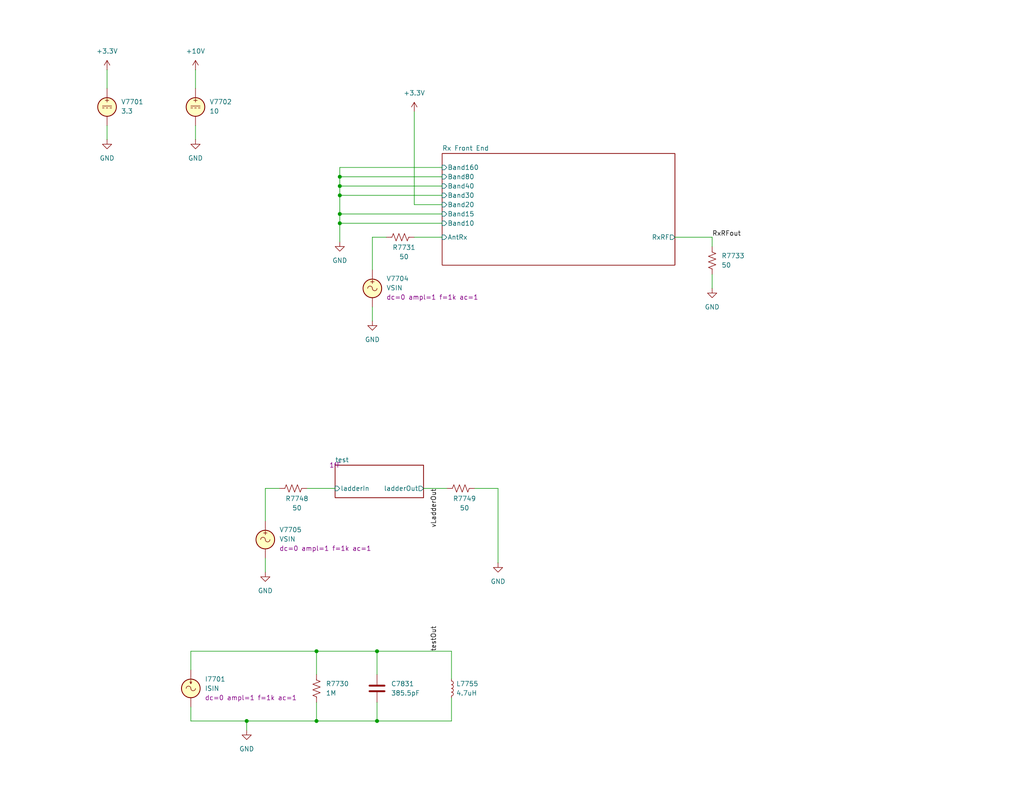
<source format=kicad_sch>
(kicad_sch (version 20250114) (generator "eeschema") (generator_version "9.0")
  (paper "USLetter")
  (title_block (title "Frontend Simulation") (date "2025-08-10") (company "WB7NAB"))
  (lib_symbols
    (symbol "Device:C" (pin_numbers (hide yes)) (pin_names (offset 0.254))
      (property "Reference" "C" (at 0.635 2.54 0))
      (property "Value" "C" (at 0.635 -2.54 0))
      (symbol "C_0_1"
        (polyline (pts (xy -2.032 0.762) (xy 2.032 0.762)) (stroke (width 0.508)))
        (polyline (pts (xy -2.032 -0.762) (xy 2.032 -0.762)) (stroke (width 0.508)))
      )
      (symbol "C_1_1"
        (pin passive line (at 0 3.81 270) (length 2.794) (name "~") (number "1"))
        (pin passive line (at 0 -3.81 90) (length 2.794) (name "~") (number "2"))
      )
    )
    (symbol "Device:L_Small" (pin_numbers (hide yes)) (pin_names (offset 0.254) (hide yes))
      (property "Reference" "L" (at 0.762 1.016 0))
      (property "Value" "L_Small" (at 0.762 -1.016 0))
      (symbol "L_Small_0_1"
        (arc (start 0 2.032) (mid 0.5058 1.524) (end 0 1.016))
        (arc (start 0 1.016) (mid 0.5058 0.508) (end 0 0))
        (arc (start 0 0) (mid 0.5058 -0.508) (end 0 -1.016))
        (arc (start 0 -1.016) (mid 0.5058 -1.524) (end 0 -2.032))
      )
      (symbol "L_Small_1_1"
        (pin passive line (at 0 2.54 270) (length 0.508) (name "~") (number "1"))
        (pin passive line (at 0 -2.54 90) (length 0.508) (name "~") (number "2"))
      )
    )
    (symbol "Device:R_US" (pin_numbers (hide yes)) (pin_names (offset 0))
      (property "Reference" "R" (at 2.54 0 90))
      (property "Value" "R_US" (at -2.54 0 90))
      (symbol "R_US_0_1"
        (polyline (pts (xy 0 2.286) (xy 0 2.54)))
        (polyline (pts (xy 0 2.286) (xy 1.016 1.905) (xy 0 1.524) (xy -1.016 1.143) (xy 0 0.762)))
        (polyline (pts (xy 0 0.762) (xy 1.016 0.381) (xy 0 0) (xy -1.016 -0.381) (xy 0 -0.762)))
        (polyline (pts (xy 0 -0.762) (xy 1.016 -1.143) (xy 0 -1.524) (xy -1.016 -1.905) (xy 0 -2.286)))
        (polyline (pts (xy 0 -2.286) (xy 0 -2.54)))
      )
      (symbol "R_US_1_1"
        (pin passive line (at 0 3.81 270) (length 1.27) (name "~") (number "1"))
        (pin passive line (at 0 -3.81 90) (length 1.27) (name "~") (number "2"))
      )
    )
    (symbol "Simulation_SPICE:ISIN" (pin_numbers (hide yes)) (pin_names (offset 0.0254))
      (property "Reference" "I" (at 2.54 2.54 0))
      (property "Value" "ISIN" (at 2.54 0 0))
      (property "Sim.Params" "dc=0 ampl=1 f=1k ac=1" (at 2.54 -2.54 0))
      (symbol "ISIN_0_0"
        (arc (start -1.27 0) (mid -0.635 0.6323) (end 0 0))
        (arc (start 1.27 0) (mid 0.635 -0.6323) (end 0 0))
      )
      (symbol "ISIN_0_1"
        (polyline (pts (xy -0.254 1.778) (xy 0 1.27) (xy 0.254 1.778)))
        (polyline (pts (xy 0 1.27) (xy 0 2.286)))
        (circle (center 0 0) (radius 2.54) (stroke (width 0.254)) (fill (type background)))
      )
      (symbol "ISIN_1_1"
        (pin passive line (at 0 5.08 270) (length 2.54) (name "~") (number "1"))
        (pin passive line (at 0 -5.08 90) (length 2.54) (name "~") (number "2"))
      )
    )
    (symbol "Simulation_SPICE:VDC" (pin_numbers (hide yes)) (pin_names (offset 0.0254))
      (property "Reference" "V" (at 2.54 2.54 0))
      (property "Value" "1" (at 2.54 0 0))
      (symbol "VDC_0_0"
        (polyline (pts (xy -1.27 0.254) (xy 1.27 0.254)))
        (polyline (pts (xy -0.762 -0.254) (xy -1.27 -0.254)))
        (polyline (pts (xy 0.254 -0.254) (xy -0.254 -0.254)))
        (polyline (pts (xy 1.27 -0.254) (xy 0.762 -0.254)))
        (text "+" (at 0 1.905 0) (effects (font (size 1.27 1.27))))
      )
      (symbol "VDC_0_1"
        (circle (center 0 0) (radius 2.54) (stroke (width 0.254)) (fill (type background)))
      )
      (symbol "VDC_1_1"
        (pin passive line (at 0 5.08 270) (length 2.54) (name "~") (number "1"))
        (pin passive line (at 0 -5.08 90) (length 2.54) (name "~") (number "2"))
      )
    )
    (symbol "Simulation_SPICE:VSIN" (pin_numbers (hide yes)) (pin_names (offset 0.0254))
      (property "Reference" "V" (at 2.54 2.54 0))
      (property "Value" "VSIN" (at 2.54 0 0))
      (property "Sim.Params" "dc=0 ampl=1 f=1k ac=1" (at 2.54 -2.54 0))
      (symbol "VSIN_0_0"
        (arc (start -1.27 0) (mid -0.635 0.6323) (end 0 0))
        (arc (start 1.27 0) (mid 0.635 -0.6323) (end 0 0))
        (text "+" (at 0 1.905 0) (effects (font (size 1.27 1.27))))
      )
      (symbol "VSIN_0_1"
        (circle (center 0 0) (radius 2.54) (stroke (width 0.254)) (fill (type background)))
      )
      (symbol "VSIN_1_1"
        (pin passive line (at 0 5.08 270) (length 2.54) (name "~") (number "1"))
        (pin passive line (at 0 -5.08 90) (length 2.54) (name "~") (number "2"))
      )
    )
    (symbol "power:+10V" (power) (pin_numbers (hide yes)) (pin_names (offset 0) (hide yes))
      (property "Value" "+10V" (at 0 3.556 0))
      (symbol "+10V_0_1"
        (polyline (pts (xy -0.762 1.27) (xy 0 2.54)))
        (polyline (pts (xy 0 2.54) (xy 0.762 1.27)))
        (polyline (pts (xy 0 0) (xy 0 2.54)))
      )
      (symbol "+10V_1_1"
        (pin power_in line (at 0 0 90) (length 0) (name "~") (number "1"))
      )
    )
    (symbol "power:+3.3V" (power) (pin_numbers (hide yes)) (pin_names (offset 0) (hide yes))
      (property "Value" "+3.3V" (at 0 3.556 0))
      (symbol "+3.3V_0_1"
        (polyline (pts (xy -0.762 1.27) (xy 0 2.54)))
        (polyline (pts (xy 0 2.54) (xy 0.762 1.27)))
        (polyline (pts (xy 0 0) (xy 0 2.54)))
      )
      (symbol "+3.3V_1_1"
        (pin power_in line (at 0 0 90) (length 0) (name "~") (number "1"))
      )
    )
    (symbol "power:GND" (power) (pin_numbers (hide yes)) (pin_names (offset 0) (hide yes))
      (property "Value" "GND" (at 0 -3.81 0))
      (symbol "GND_0_1"
        (polyline (pts (xy 0 0) (xy 0 -1.27) (xy 1.27 -1.27) (xy 0 -2.54) (xy -1.27 -1.27) (xy 0 -1.27)))
      )
      (symbol "GND_1_1"
        (pin power_in line (at 0 0 270) (length 0) (name "~") (number "1"))
      )
    )
  )
  (junction (at 102.87 196.85))
  (junction (at 92.71 53.34))
  (junction (at 102.87 177.8))
  (junction (at 67.31 196.85))
  (junction (at 86.36 177.8))
  (junction (at 92.71 48.26))
  (junction (at 92.71 60.96))
  (junction (at 86.36 196.85))
  (junction (at 92.71 50.8))
  (junction (at 92.71 58.42))
  (wire (pts (xy 101.6 64.77) (xy 105.41 64.77)))
  (wire (pts (xy 92.71 60.96) (xy 120.65 60.96)))
  (wire (pts (xy 194.31 74.93) (xy 194.31 78.74)))
  (wire (pts (xy 120.65 45.72) (xy 92.71 45.72)))
  (wire (pts (xy 92.71 60.96) (xy 92.71 66.04)))
  (wire (pts (xy 29.21 19.05) (xy 29.21 24.13)))
  (wire (pts (xy 86.36 191.77) (xy 86.36 196.85)))
  (wire (pts (xy 67.31 196.85) (xy 86.36 196.85)))
  (wire (pts (xy 102.87 177.8) (xy 123.19 177.8)))
  (wire (pts (xy 83.82 133.35) (xy 91.44 133.35)))
  (wire (pts (xy 102.87 191.77) (xy 102.87 196.85)))
  (wire (pts (xy 92.71 50.8) (xy 92.71 53.34)))
  (wire (pts (xy 52.07 177.8) (xy 86.36 177.8)))
  (wire (pts (xy 102.87 196.85) (xy 123.19 196.85)))
  (wire (pts (xy 135.89 153.67) (xy 135.89 133.35)))
  (wire (pts (xy 184.15 64.77) (xy 194.31 64.77)))
  (wire (pts (xy 86.36 196.85) (xy 102.87 196.85)))
  (wire (pts (xy 92.71 48.26) (xy 92.71 50.8)))
  (wire (pts (xy 53.34 34.29) (xy 53.34 38.1)))
  (wire (pts (xy 92.71 53.34) (xy 120.65 53.34)))
  (wire (pts (xy 52.07 196.85) (xy 67.31 196.85)))
  (wire (pts (xy 52.07 182.88) (xy 52.07 177.8)))
  (wire (pts (xy 72.39 152.4) (xy 72.39 156.21)))
  (wire (pts (xy 29.21 34.29) (xy 29.21 38.1)))
  (wire (pts (xy 92.71 53.34) (xy 92.71 58.42)))
  (wire (pts (xy 113.03 55.88) (xy 120.65 55.88)))
  (wire (pts (xy 123.19 177.8) (xy 123.19 185.42)))
  (wire (pts (xy 72.39 142.24) (xy 72.39 133.35)))
  (wire (pts (xy 113.03 30.48) (xy 113.03 55.88)))
  (wire (pts (xy 194.31 64.77) (xy 194.31 67.31)))
  (wire (pts (xy 101.6 83.82) (xy 101.6 87.63)))
  (wire (pts (xy 86.36 177.8) (xy 102.87 177.8)))
  (wire (pts (xy 52.07 193.04) (xy 52.07 196.85)))
  (wire (pts (xy 101.6 73.66) (xy 101.6 64.77)))
  (wire (pts (xy 123.19 196.85) (xy 123.19 190.5)))
  (wire (pts (xy 92.71 45.72) (xy 92.71 48.26)))
  (wire (pts (xy 53.34 19.05) (xy 53.34 24.13)))
  (wire (pts (xy 102.87 177.8) (xy 102.87 184.15)))
  (wire (pts (xy 67.31 196.85) (xy 67.31 199.39)))
  (wire (pts (xy 135.89 133.35) (xy 129.54 133.35)))
  (wire (pts (xy 72.39 133.35) (xy 76.2 133.35)))
  (wire (pts (xy 92.71 58.42) (xy 92.71 60.96)))
  (wire (pts (xy 92.71 48.26) (xy 120.65 48.26)))
  (wire (pts (xy 86.36 177.8) (xy 86.36 184.15)))
  (wire (pts (xy 113.03 64.77) (xy 120.65 64.77)))
  (wire (pts (xy 92.71 50.8) (xy 120.65 50.8)))
  (wire (pts (xy 92.71 58.42) (xy 120.65 58.42)))
  (wire (pts (xy 115.57 133.35) (xy 121.92 133.35)))
  (label "RxRFout" (at 194.31 64.77 0))
  (label "testOut" (at 119.38 177.8 90))
  (label "vLadderOut" (at 119.38 133.35 270))
  (symbol (lib_id "power:+10V") (at 53.34 19.05 0) (unit 1)
    (property "Reference" "#PWR07793" (effects (hide yes)))
    (property "Value" "+10V" (at 53.34 13.97 0))
    (property "Description" "Power symbol creates a global label with name \"+10V\"" (effects (hide yes)))
  )
  (symbol (lib_id "power:GND") (at 29.21 38.1 0) (unit 1)
    (property "Reference" "#PWR07792" (effects (hide yes)))
    (property "Value" "GND" (at 29.21 43.18 0))
    (property "Description" "Power symbol creates a global label with name \"GND\" , ground" (effects (hide yes)))
  )
  (symbol (lib_id "power:GND") (at 53.34 38.1 0) (unit 1)
    (property "Reference" "#PWR07794" (effects (hide yes)))
    (property "Value" "GND" (at 53.34 43.18 0))
    (property "Description" "Power symbol creates a global label with name \"GND\" , ground" (effects (hide yes)))
  )
  (symbol (lib_id "power:+3.3V") (at 113.03 30.48 0) (unit 1)
    (property "Reference" "#PWR07799" (effects (hide yes)))
    (property "Value" "+3.3V" (at 113.03 25.4 0))
    (property "Description" "Power symbol creates a global label with name \"+3.3V\"" (effects (hide yes)))
  )
  (symbol (lib_id "Device:C") (at 102.87 187.96 0) (unit 1)
    (property "Reference" "C7831" (at 106.68 186.6899 0) (effects (justify left)))
    (property "Value" "385.5pF" (at 106.68 189.2299 0) (effects (justify left)))
    (property "Description" "Unpolarized capacitor" (effects (hide yes)))
  )
  (symbol (lib_id "power:GND") (at 194.31 78.74 0) (unit 1)
    (property "Reference" "#PWR07801" (effects (hide yes)))
    (property "Value" "GND" (at 194.31 83.82 0))
    (property "Description" "Power symbol creates a global label with name \"GND\" , ground" (effects (hide yes)))
  )
  (symbol (lib_id "Simulation_SPICE:VSIN") (at 72.39 147.32 0) (unit 1)
    (property "Reference" "V7705" (at 76.2 144.6501 0) (effects (justify left)))
    (property "Value" "VSIN" (at 76.2 147.1901 0) (effects (justify left)))
    (property "Datasheet" "https://ngspice.sourceforge.io/docs/ngspice-html-manual/manual.xhtml#sec_Independent_Sources_for" (effects (hide yes)))
    (property "Description" "Voltage source, sinusoidal" (effects (hide yes)))
    (property "Sim.Pins" "1=+ 2=-" (effects (hide yes)))
    (property "Sim.Params" "dc=0 ampl=1 f=1k ac=1" (at 76.2 149.7301 0) (effects (justify left)))
    (property "Sim.Type" "SIN" (effects (hide yes)))
    (property "Sim.Device" "V" (effects (hide yes)))
  )
  (symbol (lib_id "power:GND") (at 92.71 66.04 0) (unit 1)
    (property "Reference" "#PWR07797" (effects (hide yes)))
    (property "Value" "GND" (at 92.71 71.12 0))
    (property "Description" "Power symbol creates a global label with name \"GND\" , ground" (effects (hide yes)))
  )
  (symbol (lib_id "Device:R_US") (at 86.36 187.96 0) (unit 1)
    (property "Reference" "R7730" (at 88.9 186.6899 0) (effects (justify left)))
    (property "Value" "1M" (at 88.9 189.2299 0) (effects (justify left)))
    (property "Description" "Resistor, US symbol" (effects (hide yes)))
  )
  (symbol (lib_id "Simulation_SPICE:ISIN") (at 52.07 187.96 0) (unit 1)
    (property "Reference" "I7701" (at 55.88 185.4199 0) (effects (justify left)))
    (property "Value" "ISIN" (at 55.88 187.9599 0) (effects (justify left)))
    (property "Datasheet" "https://ngspice.sourceforge.io/docs/ngspice-html-manual/manual.xhtml#sec_Independent_Sources_for" (effects (hide yes)))
    (property "Description" "Current source, sinusoidal" (effects (hide yes)))
    (property "Sim.Pins" "1=+ 2=-" (effects (hide yes)))
    (property "Sim.Params" "dc=0 ampl=1 f=1k ac=1" (at 55.88 190.4999 0) (effects (justify left)))
    (property "Sim.Device" "I" (effects (hide yes)))
    (property "Sim.Type" "SIN" (effects (hide yes)))
  )
  (symbol (lib_id "Simulation_SPICE:VDC") (at 53.34 29.21 0) (unit 1)
    (property "Reference" "V7702" (at 57.15 27.8101 0) (effects (justify left)))
    (property "Value" "10" (at 57.15 30.3501 0) (effects (justify left)))
    (property "Datasheet" "https://ngspice.sourceforge.io/docs/ngspice-html-manual/manual.xhtml#sec_Independent_Sources_for" (effects (hide yes)))
    (property "Description" "Voltage source, DC" (effects (hide yes)))
    (property "Sim.Pins" "1=+ 2=-" (effects (hide yes)))
    (property "Sim.Type" "DC" (effects (hide yes)))
    (property "Sim.Device" "V" (effects (hide yes)))
  )
  (symbol (lib_id "Simulation_SPICE:VDC") (at 29.21 29.21 0) (unit 1)
    (property "Reference" "V7701" (at 33.02 27.8101 0) (effects (justify left)))
    (property "Value" "3.3" (at 33.02 30.3501 0) (effects (justify left)))
    (property "Datasheet" "https://ngspice.sourceforge.io/docs/ngspice-html-manual/manual.xhtml#sec_Independent_Sources_for" (effects (hide yes)))
    (property "Description" "Voltage source, DC" (effects (hide yes)))
    (property "Sim.Pins" "1=+ 2=-" (effects (hide yes)))
    (property "Sim.Type" "DC" (effects (hide yes)))
    (property "Sim.Device" "V" (effects (hide yes)))
  )
  (symbol (lib_id "power:GND") (at 67.31 199.39 0) (unit 1)
    (property "Reference" "#PWR07795" (effects (hide yes)))
    (property "Value" "GND" (at 67.31 204.47 0))
    (property "Description" "Power symbol creates a global label with name \"GND\" , ground" (effects (hide yes)))
  )
  (symbol (lib_id "power:+3.3V") (at 29.21 19.05 0) (unit 1)
    (property "Reference" "#PWR07791" (effects (hide yes)))
    (property "Value" "+3.3V" (at 29.21 13.97 0))
    (property "Description" "Power symbol creates a global label with name \"+3.3V\"" (effects (hide yes)))
  )
  (symbol (lib_id "Device:R_US") (at 194.31 71.12 180) (unit 1)
    (property "Reference" "R7733" (at 196.85 69.8499 0) (effects (justify right)))
    (property "Value" "50" (at 196.85 72.3899 0) (effects (justify right)))
    (property "Description" "Resistor, US symbol" (effects (hide yes)))
  )
  (symbol (lib_id "Device:L_Small") (at 123.19 187.96 0) (unit 1)
    (property "Reference" "L7755" (at 124.46 186.6899 0) (effects (justify left)))
    (property "Value" "4.7uH" (at 124.46 189.2299 0) (effects (justify left)))
    (property "Description" "Inductor, small symbol" (effects (hide yes)))
  )
  (symbol (lib_id "Device:R_US") (at 80.01 133.35 90) (unit 1)
    (property "Reference" "R7748" (at 81.026 136.144 90))
    (property "Value" "50" (at 81.026 138.684 90))
    (property "Description" "Resistor, US symbol" (effects (hide yes)))
  )
  (symbol (lib_id "power:GND") (at 72.39 156.21 0) (unit 1)
    (property "Reference" "#PWR07841" (effects (hide yes)))
    (property "Value" "GND" (at 72.39 161.29 0))
    (property "Description" "Power symbol creates a global label with name \"GND\" , ground" (effects (hide yes)))
  )
  (symbol (lib_id "power:GND") (at 135.89 153.67 0) (unit 1)
    (property "Reference" "#PWR07843" (effects (hide yes)))
    (property "Value" "GND" (at 135.89 158.75 0))
    (property "Description" "Power symbol creates a global label with name \"GND\" , ground" (effects (hide yes)))
  )
  (symbol (lib_id "Simulation_SPICE:VSIN") (at 101.6 78.74 0) (unit 1)
    (property "Reference" "V7704" (at 105.41 76.0701 0) (effects (justify left)))
    (property "Value" "VSIN" (at 105.41 78.6101 0) (effects (justify left)))
    (property "Datasheet" "https://ngspice.sourceforge.io/docs/ngspice-html-manual/manual.xhtml#sec_Independent_Sources_for" (effects (hide yes)))
    (property "Description" "Voltage source, sinusoidal" (effects (hide yes)))
    (property "Sim.Pins" "1=+ 2=-" (effects (hide yes)))
    (property "Sim.Params" "dc=0 ampl=1 f=1k ac=1" (at 105.41 81.1501 0) (effects (justify left)))
    (property "Sim.Type" "SIN" (effects (hide yes)))
    (property "Sim.Device" "V" (effects (hide yes)))
  )
  (symbol (lib_id "power:GND") (at 101.6 87.63 0) (unit 1)
    (property "Reference" "#PWR07798" (effects (hide yes)))
    (property "Value" "GND" (at 101.6 92.71 0))
    (property "Description" "Power symbol creates a global label with name \"GND\" , ground" (effects (hide yes)))
  )
  (symbol (lib_id "Device:R_US") (at 109.22 64.77 90) (unit 1)
    (property "Reference" "R7731" (at 110.236 67.564 90))
    (property "Value" "50" (at 110.236 70.104 90))
    (property "Description" "Resistor, US symbol" (effects (hide yes)))
  )
  (symbol (lib_id "Device:R_US") (at 125.73 133.35 90) (unit 1)
    (property "Reference" "R7749" (at 126.746 136.144 90))
    (property "Value" "50" (at 126.746 138.684 90))
    (property "Description" "Resistor, US symbol" (effects (hide yes)))
  )
  (sheet (at 120.65 41.91) (size 63.5 30.48) (stroke (width 0.1524))
    (property "Sheetname" "Rx Front End" (at 120.65 41.1984 0) (effects (justify left bottom)))
    (property "Sheetfile" "rx-signal-chain.kicad_sch" (effects (hide yes)))
    (pin "AntRx" input (at 120.65 64.77 180))
    (pin "RxRF" output (at 184.15 64.77 0))
    (pin "Band160" input (at 120.65 45.72 180))
    (pin "Band10" input (at 120.65 60.96 180))
    (pin "Band15" input (at 120.65 58.42 180))
    (pin "Band20" input (at 120.65 55.88 180))
    (pin "Band30" input (at 120.65 53.34 180))
    (pin "Band40" input (at 120.65 50.8 180))
    (pin "Band80" input (at 120.65 48.26 180))
  )
  (sheet (at 91.44 127) (size 24.13 8.89) (stroke (width 0.1524))
    (property "Sheetname" "test" (at 91.44 126.2884 0) (effects (justify left bottom)))
    (property "Sheetfile" "test.kicad_sch" (effects (hide yes)))
    (property "couplingC" "25pF" (effects (hide yes)))
    (property "stageC" "82pF" (effects (hide yes)))
    (property "stageCtrim" "30pF" (effects (hide yes)))
    (property "matchChot" "150pF" (effects (hide yes)))
    (property "matchCcold1" "220pF" (effects (hide yes)))
    (property "matchCcold2" "47pF" (effects (hide yes)))
    (property "stageL" "1uH" (effects (hide yes)))
    (property "matchChot2" "1fF" (at 91.44 127 0))
    (pin "ladderIn" input (at 91.44 133.35 180))
    (pin "ladderOut" output (at 115.57 133.35 0))
  )
)
</source>
